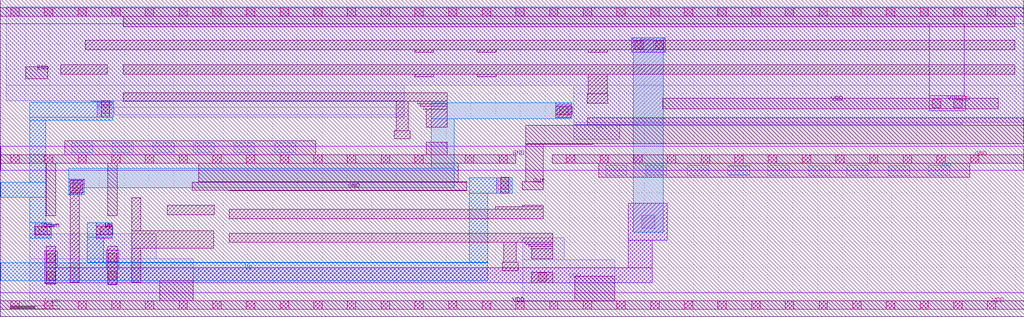
<source format=lef>
VERSION 5.7 ;
  NOWIREEXTENSIONATPIN ON ;
  DIVIDERCHAR "/" ;
  BUSBITCHARS "[]" ;
UNITS
  DATABASE MICRONS 200 ;
END UNITS

LAYER via2
  TYPE CUT ;
END via2

LAYER via
  TYPE CUT ;
END via

LAYER nwell
  TYPE MASTERSLICE ;
END nwell

LAYER via3
  TYPE CUT ;
END via3

LAYER pwell
  TYPE MASTERSLICE ;
END pwell

LAYER via4
  TYPE CUT ;
END via4

LAYER mcon
  TYPE CUT ;
END mcon

LAYER met6
  TYPE ROUTING ;
  WIDTH 0.030000 ;
  SPACING 0.040000 ;
  DIRECTION HORIZONTAL ;
END met6

LAYER met1
  TYPE ROUTING ;
  WIDTH 0.140000 ;
  SPACING 0.140000 ;
  DIRECTION HORIZONTAL ;
END met1

LAYER met3
  TYPE ROUTING ;
  WIDTH 0.300000 ;
  SPACING 0.300000 ;
  DIRECTION HORIZONTAL ;
END met3

LAYER met2
  TYPE ROUTING ;
  WIDTH 0.140000 ;
  SPACING 0.140000 ;
  DIRECTION HORIZONTAL ;
END met2

LAYER met4
  TYPE ROUTING ;
  WIDTH 0.300000 ;
  SPACING 0.300000 ;
  DIRECTION HORIZONTAL ;
END met4

LAYER met5
  TYPE ROUTING ;
  WIDTH 1.600000 ;
  SPACING 1.600000 ;
  DIRECTION HORIZONTAL ;
END met5

LAYER li1
  TYPE ROUTING ;
  WIDTH 0.170000 ;
  SPACING 0.170000 ;
  DIRECTION HORIZONTAL ;
END li1

MACRO CP
  CLASS BLOCK ;
  FOREIGN CP ;
  ORIGIN 0.000 0.000 ;
  SIZE 20.670 BY 6.400 ;
  PIN VDD
    ANTENNADIFFAREA 0.155800 ;
    PORT
      LAYER nwell ;
        RECT 0.600 1.170 3.150 1.680 ;
        RECT 0.600 0.320 3.900 1.170 ;
        RECT 10.550 1.150 11.390 1.600 ;
        RECT 10.550 0.310 12.410 1.150 ;
      LAYER li1 ;
        RECT 3.220 0.320 3.900 0.730 ;
        RECT 11.600 0.320 12.410 0.820 ;
        RECT 0.000 0.150 20.670 0.320 ;
      LAYER mcon ;
        RECT 0.210 0.150 0.380 0.320 ;
        RECT 0.890 0.150 1.060 0.320 ;
        RECT 1.570 0.150 1.740 0.320 ;
        RECT 2.250 0.150 2.420 0.320 ;
        RECT 2.930 0.150 3.100 0.320 ;
        RECT 3.610 0.150 3.780 0.320 ;
        RECT 4.290 0.150 4.460 0.320 ;
        RECT 4.970 0.150 5.140 0.320 ;
        RECT 5.650 0.150 5.820 0.320 ;
        RECT 6.330 0.150 6.500 0.320 ;
        RECT 7.010 0.150 7.180 0.320 ;
        RECT 7.690 0.150 7.860 0.320 ;
        RECT 8.370 0.150 8.540 0.320 ;
        RECT 9.050 0.150 9.220 0.320 ;
        RECT 9.730 0.150 9.900 0.320 ;
        RECT 10.410 0.150 10.580 0.320 ;
        RECT 11.090 0.150 11.260 0.320 ;
        RECT 11.770 0.150 11.940 0.320 ;
        RECT 12.450 0.150 12.620 0.320 ;
        RECT 13.130 0.150 13.300 0.320 ;
        RECT 13.810 0.150 13.980 0.320 ;
        RECT 14.490 0.150 14.660 0.320 ;
        RECT 15.170 0.150 15.340 0.320 ;
        RECT 15.850 0.150 16.020 0.320 ;
        RECT 16.530 0.150 16.700 0.320 ;
        RECT 17.210 0.150 17.380 0.320 ;
        RECT 17.890 0.150 18.060 0.320 ;
        RECT 18.570 0.150 18.740 0.320 ;
        RECT 19.250 0.150 19.420 0.320 ;
        RECT 19.930 0.150 20.100 0.320 ;
      LAYER met1 ;
        RECT 0.000 0.000 20.670 0.480 ;
    END
    PORT
      LAYER nwell ;
        RECT 0.120 4.670 20.660 6.260 ;
        RECT 0.120 4.360 8.160 4.670 ;
        RECT 1.960 4.230 8.160 4.360 ;
        RECT 2.300 4.080 8.160 4.230 ;
        RECT 2.410 4.030 8.160 4.080 ;
        RECT 11.580 3.930 20.660 4.670 ;
        RECT 11.580 3.890 19.420 3.930 ;
        RECT 11.580 3.880 12.880 3.890 ;
        RECT 11.580 3.580 12.510 3.880 ;
      LAYER li1 ;
        RECT 0.000 6.070 20.660 6.240 ;
        RECT 2.480 5.850 20.480 6.070 ;
        RECT 13.380 4.200 20.150 4.410 ;
      LAYER mcon ;
        RECT 0.210 6.070 0.380 6.240 ;
        RECT 0.890 6.070 1.060 6.240 ;
        RECT 1.570 6.070 1.740 6.240 ;
        RECT 2.250 6.070 2.420 6.240 ;
        RECT 2.930 6.070 3.100 6.240 ;
        RECT 3.610 6.070 3.780 6.240 ;
        RECT 4.290 6.070 4.460 6.240 ;
        RECT 4.970 6.070 5.140 6.240 ;
        RECT 5.650 6.070 5.820 6.240 ;
        RECT 6.330 6.070 6.500 6.240 ;
        RECT 7.010 6.070 7.180 6.240 ;
        RECT 7.690 6.070 7.860 6.240 ;
        RECT 8.370 6.070 8.540 6.240 ;
        RECT 9.050 6.070 9.220 6.240 ;
        RECT 9.730 6.070 9.900 6.240 ;
        RECT 10.410 6.070 10.580 6.240 ;
        RECT 11.090 6.070 11.260 6.240 ;
        RECT 11.770 6.070 11.940 6.240 ;
        RECT 12.450 6.070 12.620 6.240 ;
        RECT 13.130 6.070 13.300 6.240 ;
        RECT 13.810 6.070 13.980 6.240 ;
        RECT 14.490 6.070 14.660 6.240 ;
        RECT 15.170 6.070 15.340 6.240 ;
        RECT 15.850 6.070 16.020 6.240 ;
        RECT 16.530 6.070 16.700 6.240 ;
        RECT 17.210 6.070 17.380 6.240 ;
        RECT 17.890 6.070 18.060 6.240 ;
        RECT 18.570 6.070 18.740 6.240 ;
        RECT 19.250 6.070 19.420 6.240 ;
        RECT 19.930 6.070 20.100 6.240 ;
        RECT 18.820 4.220 18.990 4.390 ;
        RECT 19.250 4.220 19.420 4.390 ;
      LAYER met1 ;
        RECT 0.000 5.920 20.660 6.400 ;
        RECT 18.760 4.460 19.460 5.920 ;
        RECT 18.760 4.160 19.480 4.460 ;
    END
  END VDD
  PIN GND
    ANTENNADIFFAREA 3.428300 ;
    PORT
      LAYER pwell ;
        RECT 1.440 3.310 1.870 3.510 ;
        RECT 2.260 3.310 2.690 3.510 ;
        RECT 3.080 3.310 3.510 3.510 ;
        RECT 3.900 3.310 4.330 3.510 ;
        RECT 4.710 3.310 5.140 3.510 ;
        RECT 5.540 3.310 5.970 3.510 ;
        RECT 12.220 2.860 12.650 3.060 ;
        RECT 13.030 2.860 13.460 3.060 ;
        RECT 13.870 2.860 14.300 3.060 ;
        RECT 14.700 3.040 15.130 3.060 ;
        RECT 14.690 2.870 15.130 3.040 ;
        RECT 14.700 2.860 15.130 2.870 ;
        RECT 15.500 2.860 15.930 3.060 ;
        RECT 16.320 2.850 16.750 3.050 ;
        RECT 17.090 2.860 17.520 3.060 ;
        RECT 17.930 2.850 18.360 3.050 ;
        RECT 18.740 2.860 19.170 3.060 ;
      LAYER li1 ;
        RECT 1.300 3.270 6.370 3.550 ;
        RECT 8.600 3.270 9.020 3.520 ;
        RECT 0.010 3.100 10.410 3.270 ;
        RECT 11.140 3.100 20.660 3.270 ;
        RECT 0.930 2.040 1.120 3.100 ;
        RECT 2.170 2.040 2.360 3.100 ;
        RECT 4.010 2.730 9.250 3.100 ;
        RECT 12.080 2.820 19.570 3.100 ;
        RECT 4.010 2.720 9.420 2.730 ;
        RECT 3.880 2.550 9.420 2.720 ;
        RECT 4.620 2.540 9.420 2.550 ;
      LAYER mcon ;
        RECT 0.210 3.100 0.380 3.270 ;
        RECT 0.890 3.100 1.060 3.270 ;
        RECT 1.570 3.100 1.740 3.270 ;
        RECT 2.250 3.100 2.420 3.270 ;
        RECT 2.930 3.100 3.100 3.270 ;
        RECT 3.610 3.100 3.780 3.270 ;
        RECT 4.290 3.100 4.460 3.270 ;
        RECT 4.970 3.100 5.140 3.270 ;
        RECT 5.650 3.100 5.820 3.270 ;
        RECT 6.330 3.100 6.500 3.270 ;
        RECT 7.010 3.100 7.180 3.270 ;
        RECT 7.690 3.100 7.860 3.270 ;
        RECT 8.370 3.100 8.540 3.270 ;
        RECT 9.390 3.100 9.560 3.270 ;
        RECT 10.070 3.100 10.240 3.270 ;
        RECT 11.430 3.100 11.600 3.270 ;
        RECT 12.110 3.100 12.280 3.270 ;
        RECT 12.790 3.100 12.960 3.270 ;
        RECT 13.470 3.100 13.640 3.270 ;
        RECT 14.150 3.100 14.320 3.270 ;
        RECT 14.830 3.100 15.000 3.270 ;
        RECT 15.510 3.100 15.680 3.270 ;
        RECT 16.190 3.100 16.360 3.270 ;
        RECT 16.870 3.100 17.040 3.270 ;
        RECT 17.550 3.100 17.720 3.270 ;
        RECT 18.230 3.100 18.400 3.270 ;
        RECT 18.910 3.100 19.080 3.270 ;
        RECT 19.590 3.100 19.760 3.270 ;
      LAYER met1 ;
        RECT 0.010 2.960 20.660 3.440 ;
    END
  END GND
  PIN Up
    ANTENNAGATEAREA 0.234000 ;
    PORT
      LAYER li1 ;
        RECT 10.100 2.490 10.270 2.820 ;
        RECT 1.940 1.660 2.270 1.830 ;
      LAYER mcon ;
        RECT 10.100 2.570 10.270 2.740 ;
        RECT 2.020 1.660 2.190 1.830 ;
      LAYER met1 ;
        RECT 10.020 2.490 10.340 2.810 ;
        RECT 1.940 1.580 2.260 1.900 ;
      LAYER via ;
        RECT 10.050 2.520 10.310 2.780 ;
        RECT 1.970 1.610 2.230 1.870 ;
      LAYER met2 ;
        RECT 9.470 2.490 10.340 2.810 ;
        RECT 1.760 1.610 2.260 1.900 ;
        RECT 1.760 1.100 2.090 1.610 ;
        RECT 9.470 1.100 9.840 2.490 ;
        RECT 1.760 1.090 9.840 1.100 ;
        RECT 0.010 0.730 9.840 1.090 ;
    END
  END Up
  PIN Down
    ANTENNAGATEAREA 0.981000 ;
    PORT
      LAYER li1 ;
        RECT 2.040 4.030 2.210 4.360 ;
        RECT 0.700 1.660 1.030 1.830 ;
      LAYER mcon ;
        RECT 2.040 4.110 2.210 4.280 ;
        RECT 0.780 1.660 0.950 1.830 ;
      LAYER met1 ;
        RECT 1.960 4.030 2.280 4.350 ;
        RECT 0.710 1.580 1.030 1.900 ;
      LAYER via ;
        RECT 1.990 4.060 2.250 4.320 ;
        RECT 0.740 1.610 1.000 1.870 ;
      LAYER met2 ;
        RECT 1.840 4.330 2.280 4.350 ;
        RECT 0.600 4.030 2.280 4.330 ;
        RECT 0.600 3.970 2.270 4.030 ;
        RECT 0.600 2.720 0.920 3.970 ;
        RECT 0.010 2.410 0.920 2.720 ;
        RECT 0.600 1.900 0.920 2.410 ;
        RECT 0.600 1.580 1.030 1.900 ;
    END
  END Down
  PIN Out
    ANTENNADIFFAREA 0.277200 ;
    PORT
      LAYER li1 ;
        RECT 11.850 3.870 20.660 4.020 ;
        RECT 10.610 3.490 20.660 3.870 ;
        RECT 10.610 3.480 11.960 3.490 ;
        RECT 10.610 2.730 10.960 3.480 ;
        RECT 10.540 2.560 10.960 2.730 ;
    END
  END Out
  PIN ENb
    ANTENNAGATEAREA 2.700000 ;
    PORT
      LAYER li1 ;
        RECT 0.510 4.810 0.960 5.050 ;
    END
  END ENb
  OBS
      LAYER li1 ;
        RECT 1.720 5.390 20.480 5.580 ;
        RECT 8.370 5.340 8.750 5.390 ;
        RECT 9.630 5.340 10.010 5.390 ;
        RECT 11.870 5.340 12.250 5.390 ;
        RECT 1.220 4.900 2.160 5.090 ;
        RECT 2.480 4.900 20.480 5.090 ;
        RECT 8.370 4.850 8.750 4.900 ;
        RECT 9.630 4.850 10.010 4.900 ;
        RECT 2.480 4.350 9.020 4.520 ;
        RECT 11.870 4.500 12.250 4.900 ;
        RECT 7.990 3.760 8.240 4.350 ;
        RECT 8.430 4.300 9.020 4.350 ;
        RECT 11.850 4.310 12.270 4.500 ;
        RECT 8.480 4.250 9.020 4.300 ;
        RECT 8.550 4.190 9.020 4.250 ;
        RECT 8.600 3.830 9.020 4.190 ;
        RECT 11.220 4.080 11.550 4.250 ;
        RECT 7.950 3.590 8.280 3.760 ;
        RECT 1.410 2.500 1.670 2.760 ;
        RECT 0.930 0.660 1.120 1.420 ;
        RECT 1.410 0.700 1.600 2.500 ;
        RECT 2.650 1.740 2.840 2.400 ;
        RECT 3.370 2.060 4.320 2.250 ;
        RECT 10.540 2.220 10.960 2.250 ;
        RECT 9.990 2.170 10.960 2.220 ;
        RECT 4.620 1.980 10.960 2.170 ;
        RECT 2.170 0.660 2.360 1.420 ;
        RECT 2.650 1.380 4.310 1.740 ;
        RECT 4.620 1.500 11.150 1.690 ;
        RECT 2.650 0.700 2.840 1.380 ;
        RECT 10.170 1.100 10.420 1.500 ;
        RECT 10.600 1.460 11.150 1.500 ;
        RECT 10.670 1.420 11.150 1.460 ;
        RECT 10.720 1.370 11.150 1.420 ;
        RECT 10.730 1.170 11.150 1.370 ;
        RECT 10.130 0.930 10.460 1.100 ;
        RECT 10.730 0.690 11.150 0.900 ;
      LAYER mcon ;
        RECT 12.810 5.400 12.980 5.570 ;
        RECT 13.230 5.400 13.400 5.570 ;
        RECT 11.300 4.080 11.470 4.250 ;
        RECT 1.460 2.540 1.630 2.710 ;
        RECT 0.940 1.100 1.110 1.270 ;
        RECT 0.940 0.740 1.110 0.910 ;
        RECT 2.180 1.110 2.350 1.280 ;
        RECT 2.180 0.745 2.350 0.915 ;
        RECT 10.860 0.720 11.030 0.890 ;
      LAYER met1 ;
        RECT 12.750 5.340 13.430 5.630 ;
        RECT 11.220 4.020 11.540 4.320 ;
        RECT 1.380 2.460 1.700 2.780 ;
        RECT 12.680 1.540 13.470 2.290 ;
        RECT 0.900 0.990 1.150 1.330 ;
        RECT 2.140 0.990 2.390 1.340 ;
        RECT 12.680 0.990 13.160 1.540 ;
        RECT 0.900 0.690 13.160 0.990 ;
        RECT 0.900 0.680 1.130 0.690 ;
        RECT 2.180 0.650 2.350 0.690 ;
      LAYER via ;
        RECT 12.930 5.340 13.190 5.600 ;
        RECT 11.250 4.030 11.510 4.290 ;
        RECT 1.410 2.490 1.670 2.750 ;
        RECT 12.950 1.790 13.210 2.050 ;
      LAYER met2 ;
        RECT 8.700 4.000 11.540 4.320 ;
        RECT 8.700 3.000 9.170 4.000 ;
        RECT 1.380 2.600 9.170 3.000 ;
        RECT 1.380 2.460 1.700 2.600 ;
        RECT 12.780 1.710 13.390 5.630 ;
  END
END CP
END LIBRARY


</source>
